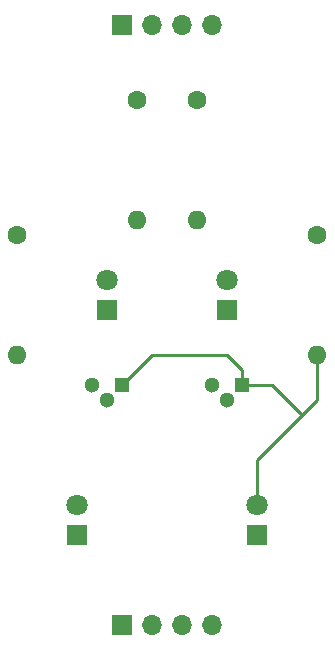
<source format=gbr>
%TF.GenerationSoftware,KiCad,Pcbnew,5.99.0+really5.1.12+dfsg1-1*%
%TF.CreationDate,2021-11-22T09:43:57-05:00*%
%TF.ProjectId,N OR,4e204f52-2e6b-4696-9361-645f70636258,rev?*%
%TF.SameCoordinates,Original*%
%TF.FileFunction,Copper,L2,Bot*%
%TF.FilePolarity,Positive*%
%FSLAX46Y46*%
G04 Gerber Fmt 4.6, Leading zero omitted, Abs format (unit mm)*
G04 Created by KiCad (PCBNEW 5.99.0+really5.1.12+dfsg1-1) date 2021-11-22 09:43:57*
%MOMM*%
%LPD*%
G01*
G04 APERTURE LIST*
%TA.AperFunction,ComponentPad*%
%ADD10O,1.700000X1.700000*%
%TD*%
%TA.AperFunction,ComponentPad*%
%ADD11R,1.700000X1.700000*%
%TD*%
%TA.AperFunction,ComponentPad*%
%ADD12R,1.800000X1.800000*%
%TD*%
%TA.AperFunction,ComponentPad*%
%ADD13C,1.800000*%
%TD*%
%TA.AperFunction,ComponentPad*%
%ADD14C,1.600000*%
%TD*%
%TA.AperFunction,ComponentPad*%
%ADD15O,1.600000X1.600000*%
%TD*%
%TA.AperFunction,ComponentPad*%
%ADD16R,1.300000X1.300000*%
%TD*%
%TA.AperFunction,ComponentPad*%
%ADD17C,1.300000*%
%TD*%
%TA.AperFunction,Conductor*%
%ADD18C,0.250000*%
%TD*%
G04 APERTURE END LIST*
D10*
%TO.P,Output Header,4*%
%TO.N,N/C*%
X142240000Y-99060000D03*
%TO.P,Output Header,3*%
X139700000Y-99060000D03*
%TO.P,Output Header,2*%
X137160000Y-99060000D03*
D11*
%TO.P,Output Header,1*%
X134620000Y-99060000D03*
%TD*%
D10*
%TO.P,Input Header,4*%
%TO.N,N/C*%
X142240000Y-48260000D03*
%TO.P,Input Header,3*%
X139700000Y-48260000D03*
%TO.P,Input Header,2*%
X137160000Y-48260000D03*
D11*
%TO.P,Input Header,1*%
X134620000Y-48260000D03*
%TD*%
D12*
%TO.P,OR LED,1*%
%TO.N,N/C*%
X130810000Y-91440000D03*
D13*
%TO.P,OR LED,2*%
X130810000Y-88900000D03*
%TD*%
D14*
%TO.P,2.35k,1*%
%TO.N,N/C*%
X125730000Y-66040000D03*
D15*
%TO.P,2.35k,2*%
X125730000Y-76200000D03*
%TD*%
%TO.P,2.35k,2*%
%TO.N,N/C*%
X151130000Y-76200000D03*
D14*
%TO.P,2.35k,1*%
X151130000Y-66040000D03*
%TD*%
D15*
%TO.P,10k,2*%
%TO.N,N/C*%
X140970000Y-64770000D03*
D14*
%TO.P,10k,1*%
X140970000Y-54610000D03*
%TD*%
D15*
%TO.P,10k,2*%
%TO.N,N/C*%
X135890000Y-64770000D03*
D14*
%TO.P,10k,1*%
X135890000Y-54610000D03*
%TD*%
D13*
%TO.P,A LED,2*%
%TO.N,N/C*%
X133350000Y-69850000D03*
D12*
%TO.P,A LED,1*%
X133350000Y-72390000D03*
%TD*%
D13*
%TO.P,NOR LED,2*%
%TO.N,N/C*%
X146050000Y-88900000D03*
D12*
%TO.P,NOR LED,1*%
X146050000Y-91440000D03*
%TD*%
D13*
%TO.P,B LED,2*%
%TO.N,N/C*%
X143510000Y-69850000D03*
D12*
%TO.P,B LED,1*%
X143510000Y-72390000D03*
%TD*%
D16*
%TO.P,2N2222,1*%
%TO.N,N/C*%
X144780000Y-78740000D03*
D17*
%TO.P,2N2222,3*%
X142240000Y-78740000D03*
%TO.P,2N2222,2*%
X143510000Y-80010000D03*
%TD*%
D16*
%TO.P,2N2222,1*%
%TO.N,N/C*%
X134620000Y-78740000D03*
D17*
%TO.P,2N2222,3*%
X132080000Y-78740000D03*
%TO.P,2N2222,2*%
X133350000Y-80010000D03*
%TD*%
D18*
%TO.N,*%
X151130000Y-76200000D02*
X151130000Y-80010000D01*
X151130000Y-80010000D02*
X149860000Y-81280000D01*
X147320000Y-78740000D02*
X144780000Y-78740000D01*
X144780000Y-78740000D02*
X144780000Y-77470000D01*
X144780000Y-77470000D02*
X143510000Y-76200000D01*
X137160000Y-76200000D02*
X134620000Y-78740000D01*
X143510000Y-76200000D02*
X137160000Y-76200000D01*
X149860000Y-81280000D02*
X146050000Y-85090000D01*
X146050000Y-85090000D02*
X146050000Y-88900000D01*
X147320000Y-78740000D02*
X149860000Y-81280000D01*
%TD*%
M02*

</source>
